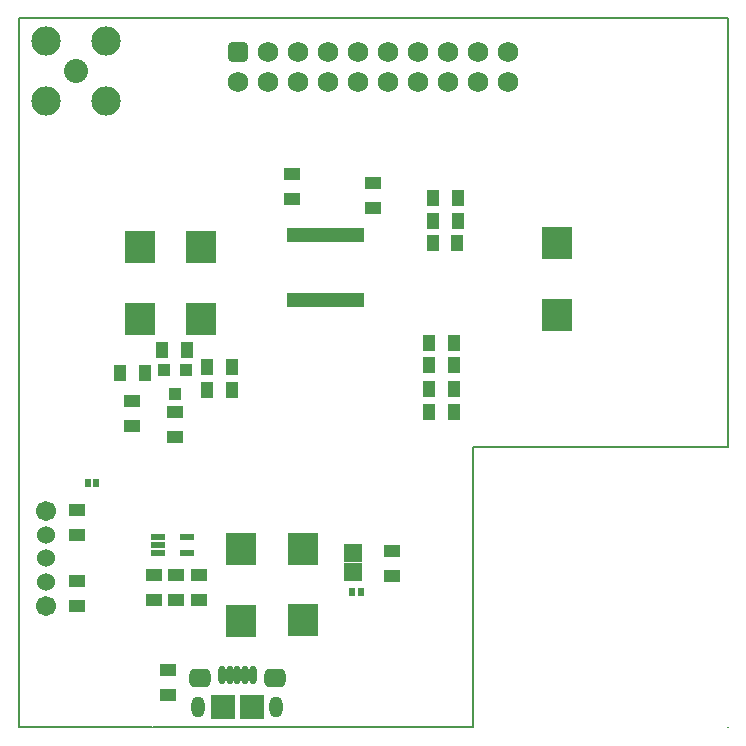
<source format=gbs>
G04*
G04 #@! TF.GenerationSoftware,Altium Limited,Altium Designer,21.2.2 (38)*
G04*
G04 Layer_Color=16711935*
%FSLAX25Y25*%
%MOIN*%
G70*
G04*
G04 #@! TF.SameCoordinates,6CE54949-C0DA-46BE-907D-7ABA0CCCE0FB*
G04*
G04*
G04 #@! TF.FilePolarity,Negative*
G04*
G01*
G75*
%ADD15C,0.00787*%
%ADD42R,0.02375X0.03162*%
%ADD47R,0.04343X0.05524*%
%ADD59C,0.06902*%
G04:AMPARAMS|DCode=60|XSize=69.02mil|YSize=69.02mil|CornerRadius=19.26mil|HoleSize=0mil|Usage=FLASHONLY|Rotation=0.000|XOffset=0mil|YOffset=0mil|HoleType=Round|Shape=RoundedRectangle|*
%AMROUNDEDRECTD60*
21,1,0.06902,0.03051,0,0,0.0*
21,1,0.03051,0.06902,0,0,0.0*
1,1,0.03851,0.01526,-0.01526*
1,1,0.03851,-0.01526,-0.01526*
1,1,0.03851,-0.01526,0.01526*
1,1,0.03851,0.01526,0.01526*
%
%ADD60ROUNDEDRECTD60*%
%ADD61O,0.04343X0.07099*%
%ADD62C,0.06000*%
%ADD63C,0.06700*%
%ADD64C,0.09800*%
%ADD65C,0.08000*%
%ADD95R,0.10446X0.10839*%
%ADD96R,0.06312X0.05918*%
%ADD97R,0.05524X0.04343*%
%ADD98R,0.08280X0.07887*%
G04:AMPARAMS|DCode=99|XSize=70.99mil|YSize=63.12mil|CornerRadius=17.78mil|HoleSize=0mil|Usage=FLASHONLY|Rotation=180.000|XOffset=0mil|YOffset=0mil|HoleType=Round|Shape=RoundedRectangle|*
%AMROUNDEDRECTD99*
21,1,0.07099,0.02756,0,0,180.0*
21,1,0.03543,0.06312,0,0,180.0*
1,1,0.03556,-0.01772,0.01378*
1,1,0.03556,0.01772,0.01378*
1,1,0.03556,0.01772,-0.01378*
1,1,0.03556,-0.01772,-0.01378*
%
%ADD99ROUNDEDRECTD99*%
%ADD100O,0.02375X0.06115*%
%ADD101R,0.05050X0.02178*%
%ADD102R,0.03950X0.04343*%
%ADD103R,0.02572X0.04934*%
D15*
X236221Y190925D02*
Y236221D01*
X0D02*
X236221D01*
Y158150D02*
Y190925D01*
X151358Y20D02*
Y93189D01*
X44587Y20D02*
X151358D01*
Y93189D02*
X236221D01*
X0Y0D02*
X44488D01*
X0Y181791D02*
X0Y0D01*
X236221Y93189D02*
Y158150D01*
X0Y181791D02*
Y236221D01*
X236201Y20D02*
X236201Y20D01*
D42*
X111161Y44941D02*
D03*
X113917D02*
D03*
X22854Y81299D02*
D03*
X25610D02*
D03*
D47*
X56083Y125807D02*
D03*
X47815D02*
D03*
X62736Y120098D02*
D03*
X71004D02*
D03*
X70965Y112382D02*
D03*
X62697D02*
D03*
X33652Y117864D02*
D03*
X41919D02*
D03*
X146181Y176299D02*
D03*
X137913D02*
D03*
X146221Y168760D02*
D03*
X137953D02*
D03*
X146142Y161221D02*
D03*
X137874D02*
D03*
X145059Y128130D02*
D03*
X136791D02*
D03*
X145059Y120630D02*
D03*
X136791D02*
D03*
X145000Y112598D02*
D03*
X136732D02*
D03*
X145039Y105098D02*
D03*
X136772D02*
D03*
D59*
X163110Y215079D02*
D03*
X153110D02*
D03*
X143110D02*
D03*
X133110D02*
D03*
X123110D02*
D03*
X113110D02*
D03*
X103110D02*
D03*
X93110D02*
D03*
X83110D02*
D03*
X73110D02*
D03*
X163110Y225079D02*
D03*
X153110D02*
D03*
X143110D02*
D03*
X133110D02*
D03*
X123110D02*
D03*
X113110D02*
D03*
X103110D02*
D03*
X93110D02*
D03*
X83110D02*
D03*
D60*
X73110D02*
D03*
D61*
X59842Y6752D02*
D03*
X85827D02*
D03*
D62*
X8996Y64114D02*
D03*
Y56240D02*
D03*
Y48366D02*
D03*
D63*
Y71988D02*
D03*
Y40492D02*
D03*
D64*
X8846Y208539D02*
D03*
X28846D02*
D03*
Y228539D02*
D03*
X8846D02*
D03*
D65*
X18846Y218539D02*
D03*
D95*
X60787Y159941D02*
D03*
Y136122D02*
D03*
X179469Y137382D02*
D03*
Y161201D02*
D03*
X40295Y159902D02*
D03*
Y136083D02*
D03*
X74154Y35453D02*
D03*
Y59272D02*
D03*
X94626Y35571D02*
D03*
Y59390D02*
D03*
D96*
X111417Y51555D02*
D03*
Y57854D02*
D03*
D97*
X124252Y50315D02*
D03*
Y58583D02*
D03*
X19468Y63937D02*
D03*
Y72205D02*
D03*
X19311Y48583D02*
D03*
Y40315D02*
D03*
X44961Y50709D02*
D03*
Y42441D02*
D03*
X52480Y50709D02*
D03*
Y42441D02*
D03*
X59961Y50709D02*
D03*
Y42441D02*
D03*
X49843Y18878D02*
D03*
Y10610D02*
D03*
X37776Y108780D02*
D03*
Y100512D02*
D03*
X51949Y105098D02*
D03*
Y96831D02*
D03*
X117972Y181378D02*
D03*
Y173110D02*
D03*
X91063Y176102D02*
D03*
Y184370D02*
D03*
D98*
X68110Y6752D02*
D03*
X77559D02*
D03*
D99*
X60236Y16398D02*
D03*
X85433D02*
D03*
D100*
X72835Y17284D02*
D03*
X75394D02*
D03*
X77953D02*
D03*
X67716D02*
D03*
X70276D02*
D03*
D101*
X55965Y58091D02*
D03*
Y63209D02*
D03*
X46415D02*
D03*
Y60650D02*
D03*
Y58091D02*
D03*
D102*
X52028Y111161D02*
D03*
X55768Y119035D02*
D03*
X48287D02*
D03*
D103*
X113839Y142205D02*
D03*
X111279D02*
D03*
X108721D02*
D03*
X106161D02*
D03*
X103602D02*
D03*
X101043D02*
D03*
X98484D02*
D03*
X95925D02*
D03*
X93366D02*
D03*
X90807D02*
D03*
X113839Y164055D02*
D03*
X111279D02*
D03*
X108721D02*
D03*
X106161D02*
D03*
X103602D02*
D03*
X101043D02*
D03*
X98484D02*
D03*
X95925D02*
D03*
X93366D02*
D03*
X90807D02*
D03*
M02*

</source>
